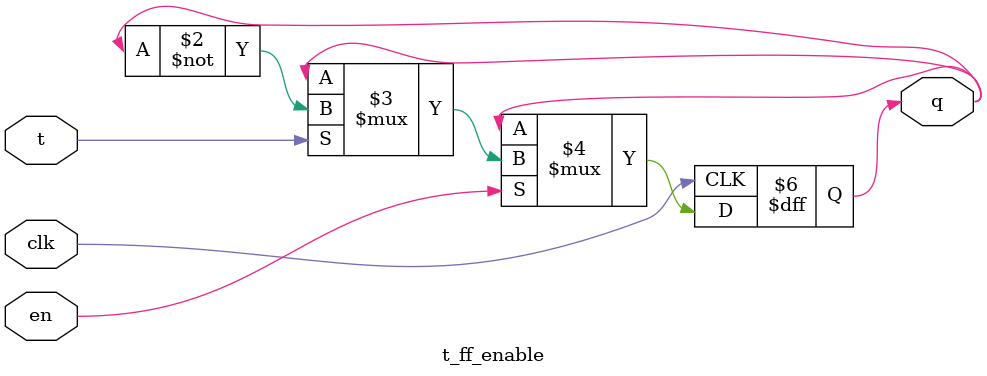
<source format=sv>
module t_ff_enable (
    input wire clk,
    input wire en,
    input wire t,
    output reg q
);
    always @(posedge clk) begin
        if (en)
            q <= t ? ~q : q;
    end
endmodule
</source>
